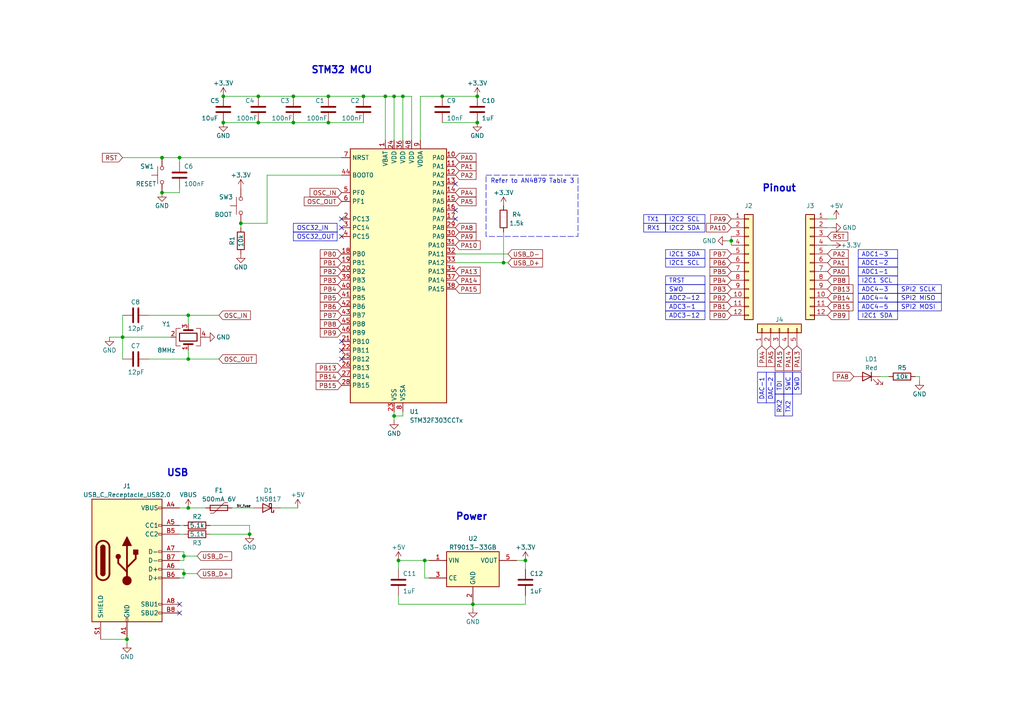
<source format=kicad_sch>
(kicad_sch (version 20230121) (generator eeschema)
  (paper "A4")
  (title_block (title "Sphale") (rev "1.0") (company "The Pro Micro compatible STM32 board"))
  (lib_symbols
    (symbol "Connector:USB_C_Receptacle_USB2.0" (pin_names (offset 1.016))
      (property "Reference" "J" (at -10.16 19.05 0))
      (property "Value" "USB_C_Receptacle_USB2.0" (at 19.05 19.05 0))
      (symbol "USB_C_Receptacle_USB2.0_0_0"
        (rectangle (start -0.254 -17.78) (end 0.254 -16.764))
        (rectangle (start 10.16 -14.986) (end 9.144 -15.494))
        (rectangle (start 10.16 -12.446) (end 9.144 -12.954))
        (rectangle (start 10.16 -4.826) (end 9.144 -5.334))
        (rectangle (start 10.16 -2.286) (end 9.144 -2.794))
        (rectangle (start 10.16 0.254) (end 9.144 -0.254))
        (rectangle (start 10.16 2.794) (end 9.144 2.286))
        (rectangle (start 10.16 7.874) (end 9.144 7.366))
        (rectangle (start 10.16 10.414) (end 9.144 9.906))
        (rectangle (start 10.16 15.494) (end 9.144 14.986))
      )
      (symbol "USB_C_Receptacle_USB2.0_0_1"
        (rectangle (start -10.16 17.78) (end 10.16 -17.78) (stroke (width 0.254)) (fill (type background)))
        (arc (start -8.89 -3.81) (mid -6.985 -5.7067) (end -5.08 -3.81) (stroke (width 0.508)))
        (arc (start -7.62 -3.81) (mid -6.985 -4.4423) (end -6.35 -3.81) (stroke (width 0.254)))
        (arc (start -7.62 -3.81) (mid -6.985 -4.4423) (end -6.35 -3.81) (stroke (width 0.254)) (fill (type outline)))
        (rectangle (start -7.62 -3.81) (end -6.35 3.81) (stroke (width 0.254)) (fill (type outline)))
        (arc (start -6.35 3.81) (mid -6.985 4.4423) (end -7.62 3.81) (stroke (width 0.254)))
        (arc (start -6.35 3.81) (mid -6.985 4.4423) (end -7.62 3.81) (stroke (width 0.254)) (fill (type outline)))
        (arc (start -5.08 3.81) (mid -6.985 5.7067) (end -8.89 3.81) (stroke (width 0.508)))
        (circle (center -2.54 1.143) (radius 0.635) (stroke (width 0.254)) (fill (type outline)))
        (circle (center 0 -5.842) (radius 1.27) (fill (type outline)))
        (polyline (pts (xy -8.89 -3.81) (xy -8.89 3.81)) (stroke (width 0.508)))
        (polyline (pts (xy -5.08 3.81) (xy -5.08 -3.81)) (stroke (width 0.508)))
        (polyline (pts (xy 0 -5.842) (xy 0 4.318)) (stroke (width 0.508)))
        (polyline (pts (xy 0 -3.302) (xy -2.54 -0.762) (xy -2.54 0.508)) (stroke (width 0.508)))
        (polyline (pts (xy 0 -2.032) (xy 2.54 0.508) (xy 2.54 1.778)) (stroke (width 0.508)))
        (polyline (pts (xy -1.27 4.318) (xy 0 6.858) (xy 1.27 4.318) (xy -1.27 4.318)) (stroke (width 0.254)) (fill (type outline)))
        (rectangle (start 1.905 1.778) (end 3.175 3.048) (stroke (width 0.254)) (fill (type outline)))
      )
      (symbol "USB_C_Receptacle_USB2.0_1_1"
        (pin passive line (at 0 -22.86 90) (length 5.08) (name "GND") (number "A1"))
        (pin passive line (at 0 -22.86 90) (length 5.08) hide (name "GND") (number "A12"))
        (pin passive line (at 15.24 15.24 180) (length 5.08) (name "VBUS") (number "A4"))
        (pin bidirectional line (at 15.24 10.16 180) (length 5.08) (name "CC1") (number "A5"))
        (pin bidirectional line (at 15.24 -2.54 180) (length 5.08) (name "D+") (number "A6"))
        (pin bidirectional line (at 15.24 2.54 180) (length 5.08) (name "D-") (number "A7"))
        (pin bidirectional line (at 15.24 -12.7 180) (length 5.08) (name "SBU1") (number "A8"))
        (pin passive line (at 15.24 15.24 180) (length 5.08) hide (name "VBUS") (number "A9"))
        (pin passive line (at 0 -22.86 90) (length 5.08) hide (name "GND") (number "B1"))
        (pin passive line (at 0 -22.86 90) (length 5.08) hide (name "GND") (number "B12"))
        (pin passive line (at 15.24 15.24 180) (length 5.08) hide (name "VBUS") (number "B4"))
        (pin bidirectional line (at 15.24 7.62 180) (length 5.08) (name "CC2") (number "B5"))
        (pin bidirectional line (at 15.24 -5.08 180) (length 5.08) (name "D+") (number "B6"))
        (pin bidirectional line (at 15.24 0 180) (length 5.08) (name "D-") (number "B7"))
        (pin bidirectional line (at 15.24 -15.24 180) (length 5.08) (name "SBU2") (number "B8"))
        (pin passive line (at 15.24 15.24 180) (length 5.08) hide (name "VBUS") (number "B9"))
        (pin passive line (at -7.62 -22.86 90) (length 5.08) (name "SHIELD") (number "S1"))
      )
    )
    (symbol "Connector_Generic:Conn_01x05" (pin_names (offset 1.016) hide)
      (property "Reference" "J" (at 0 7.62 0))
      (property "Value" "Conn_01x05" (at 0 -7.62 0))
      (symbol "Conn_01x05_1_1"
        (rectangle (start -1.27 -4.953) (end 0 -5.207) (stroke (width 0.1524)))
        (rectangle (start -1.27 -2.413) (end 0 -2.667) (stroke (width 0.1524)))
        (rectangle (start -1.27 0.127) (end 0 -0.127) (stroke (width 0.1524)))
        (rectangle (start -1.27 2.667) (end 0 2.413) (stroke (width 0.1524)))
        (rectangle (start -1.27 5.207) (end 0 4.953) (stroke (width 0.1524)))
        (rectangle (start -1.27 6.35) (end 1.27 -6.35) (stroke (width 0.254)) (fill (type background)))
        (pin passive line (at -5.08 5.08 0) (length 3.81) (name "Pin_1") (number "1"))
        (pin passive line (at -5.08 2.54 0) (length 3.81) (name "Pin_2") (number "2"))
        (pin passive line (at -5.08 0 0) (length 3.81) (name "Pin_3") (number "3"))
        (pin passive line (at -5.08 -2.54 0) (length 3.81) (name "Pin_4") (number "4"))
        (pin passive line (at -5.08 -5.08 0) (length 3.81) (name "Pin_5") (number "5"))
      )
    )
    (symbol "Connector_Generic:Conn_01x12" (pin_names (offset 1.016) hide)
      (property "Reference" "J" (at 0 15.24 0))
      (property "Value" "Conn_01x12" (at 0 -17.78 0))
      (symbol "Conn_01x12_1_1"
        (rectangle (start -1.27 -15.113) (end 0 -15.367) (stroke (width 0.1524)))
        (rectangle (start -1.27 -12.573) (end 0 -12.827) (stroke (width 0.1524)))
        (rectangle (start -1.27 -10.033) (end 0 -10.287) (stroke (width 0.1524)))
        (rectangle (start -1.27 -7.493) (end 0 -7.747) (stroke (width 0.1524)))
        (rectangle (start -1.27 -4.953) (end 0 -5.207) (stroke (width 0.1524)))
        (rectangle (start -1.27 -2.413) (end 0 -2.667) (stroke (width 0.1524)))
        (rectangle (start -1.27 0.127) (end 0 -0.127) (stroke (width 0.1524)))
        (rectangle (start -1.27 2.667) (end 0 2.413) (stroke (width 0.1524)))
        (rectangle (start -1.27 5.207) (end 0 4.953) (stroke (width 0.1524)))
        (rectangle (start -1.27 7.747) (end 0 7.493) (stroke (width 0.1524)))
        (rectangle (start -1.27 10.287) (end 0 10.033) (stroke (width 0.1524)))
        (rectangle (start -1.27 12.827) (end 0 12.573) (stroke (width 0.1524)))
        (rectangle (start -1.27 13.97) (end 1.27 -16.51) (stroke (width 0.254)) (fill (type background)))
        (pin passive line (at -5.08 12.7 0) (length 3.81) (name "Pin_1") (number "1"))
        (pin passive line (at -5.08 -10.16 0) (length 3.81) (name "Pin_10") (number "10"))
        (pin passive line (at -5.08 -12.7 0) (length 3.81) (name "Pin_11") (number "11"))
        (pin passive line (at -5.08 -15.24 0) (length 3.81) (name "Pin_12") (number "12"))
        (pin passive line (at -5.08 10.16 0) (length 3.81) (name "Pin_2") (number "2"))
        (pin passive line (at -5.08 7.62 0) (length 3.81) (name "Pin_3") (number "3"))
        (pin passive line (at -5.08 5.08 0) (length 3.81) (name "Pin_4") (number "4"))
        (pin passive line (at -5.08 2.54 0) (length 3.81) (name "Pin_5") (number "5"))
        (pin passive line (at -5.08 0 0) (length 3.81) (name "Pin_6") (number "6"))
        (pin passive line (at -5.08 -2.54 0) (length 3.81) (name "Pin_7") (number "7"))
        (pin passive line (at -5.08 -5.08 0) (length 3.81) (name "Pin_8") (number "8"))
        (pin passive line (at -5.08 -7.62 0) (length 3.81) (name "Pin_9") (number "9"))
      )
    )
    (symbol "Device:C" (pin_numbers hide) (pin_names (offset 0.254))
      (property "Reference" "C" (at 0.635 2.54 0))
      (property "Value" "C" (at 0.635 -2.54 0))
      (symbol "C_0_1"
        (polyline (pts (xy -2.032 -0.762) (xy 2.032 -0.762)) (stroke (width 0.508)))
        (polyline (pts (xy -2.032 0.762) (xy 2.032 0.762)) (stroke (width 0.508)))
      )
      (symbol "C_1_1"
        (pin passive line (at 0 3.81 270) (length 2.794) (name "~") (number "1"))
        (pin passive line (at 0 -3.81 90) (length 2.794) (name "~") (number "2"))
      )
    )
    (symbol "Device:Crystal_GND24" (pin_names (offset 1.016) hide)
      (property "Reference" "Y" (at 3.175 5.08 0))
      (property "Value" "Crystal_GND24" (at 3.175 3.175 0))
      (symbol "Crystal_GND24_0_1"
        (rectangle (start -1.143 2.54) (end 1.143 -2.54) (stroke (width 0.3048)))
        (polyline (pts (xy -2.54 0) (xy -2.032 0)))
        (polyline (pts (xy -2.032 -1.27) (xy -2.032 1.27)) (stroke (width 0.508)))
        (polyline (pts (xy 0 -3.81) (xy 0 -3.556)))
        (polyline (pts (xy 0 3.556) (xy 0 3.81)))
        (polyline (pts (xy 2.032 -1.27) (xy 2.032 1.27)) (stroke (width 0.508)))
        (polyline (pts (xy 2.032 0) (xy 2.54 0)))
        (polyline (pts (xy -2.54 -2.286) (xy -2.54 -3.556) (xy 2.54 -3.556) (xy 2.54 -2.286)))
        (polyline (pts (xy -2.54 2.286) (xy -2.54 3.556) (xy 2.54 3.556) (xy 2.54 2.286)))
      )
      (symbol "Crystal_GND24_1_1"
        (pin passive line (at -3.81 0 0) (length 1.27) (name "1") (number "1"))
        (pin passive line (at 0 5.08 270) (length 1.27) (name "2") (number "2"))
        (pin passive line (at 3.81 0 180) (length 1.27) (name "3") (number "3"))
        (pin passive line (at 0 -5.08 90) (length 1.27) (name "4") (number "4"))
      )
    )
    (symbol "Device:LED" (pin_numbers hide) (pin_names (offset 1.016) hide)
      (property "Reference" "D" (at 0 2.54 0))
      (property "Value" "LED" (at 0 -2.54 0))
      (symbol "LED_0_1"
        (polyline (pts (xy -1.27 -1.27) (xy -1.27 1.27)) (stroke (width 0.254)))
        (polyline (pts (xy -1.27 0) (xy 1.27 0)))
        (polyline (pts (xy 1.27 -1.27) (xy 1.27 1.27) (xy -1.27 0) (xy 1.27 -1.27)) (stroke (width 0.254)))
        (polyline (pts (xy -3.048 -0.762) (xy -4.572 -2.286) (xy -3.81 -2.286) (xy -4.572 -2.286) (xy -4.572 -1.524)))
        (polyline (pts (xy -1.778 -0.762) (xy -3.302 -2.286) (xy -2.54 -2.286) (xy -3.302 -2.286) (xy -3.302 -1.524)))
      )
      (symbol "LED_1_1"
        (pin passive line (at -3.81 0 0) (length 2.54) (name "K") (number "1"))
        (pin passive line (at 3.81 0 180) (length 2.54) (name "A") (number "2"))
      )
    )
    (symbol "Device:Polyfuse" (pin_numbers hide) (pin_names (offset 0))
      (property "Reference" "F" (at -2.54 0 90))
      (property "Value" "Polyfuse" (at 2.54 0 90))
      (symbol "Polyfuse_0_1"
        (rectangle (start -0.762 2.54) (end 0.762 -2.54) (stroke (width 0.254)))
        (polyline (pts (xy 0 2.54) (xy 0 -2.54)))
        (polyline (pts (xy -1.524 2.54) (xy -1.524 1.524) (xy 1.524 -1.524) (xy 1.524 -2.54)))
      )
      (symbol "Polyfuse_1_1"
        (pin passive line (at 0 3.81 270) (length 1.27) (name "~") (number "1"))
        (pin passive line (at 0 -3.81 90) (length 1.27) (name "~") (number "2"))
      )
    )
    (symbol "Device:R" (pin_numbers hide) (pin_names (offset 0))
      (property "Reference" "R" (at 2.032 0 90))
      (property "Value" "R" (at 0 0 90))
      (symbol "R_0_1"
        (rectangle (start -1.016 -2.54) (end 1.016 2.54) (stroke (width 0.254)))
      )
      (symbol "R_1_1"
        (pin passive line (at 0 3.81 270) (length 1.27) (name "~") (number "1"))
        (pin passive line (at 0 -3.81 90) (length 1.27) (name "~") (number "2"))
      )
    )
    (symbol "Diode:1N5817" (pin_numbers hide) (pin_names (offset 1.016) hide)
      (property "Reference" "D" (at 0 2.54 0))
      (property "Value" "1N5817" (at 0 -2.54 0))
      (symbol "1N5817_0_1"
        (polyline (pts (xy 1.27 0) (xy -1.27 0)))
        (polyline (pts (xy 1.27 1.27) (xy 1.27 -1.27) (xy -1.27 0) (xy 1.27 1.27)) (stroke (width 0.254)))
        (polyline (pts (xy -1.905 0.635) (xy -1.905 1.27) (xy -1.27 1.27) (xy -1.27 -1.27) (xy -0.635 -1.27) (xy -0.635 -0.635)) (stroke (width 0.254)))
      )
      (symbol "1N5817_1_1"
        (pin passive line (at -3.81 0 0) (length 2.54) (name "K") (number "1"))
        (pin passive line (at 3.81 0 180) (length 2.54) (name "A") (number "2"))
      )
    )
    (symbol "MCU_ST_STM32F3:STM32F303CCTx"
      (property "Reference" "U" (at -12.7 39.37 0))
      (property "Value" "STM32F303CCTx" (at 10.16 39.37 0))
      (symbol "STM32F303CCTx_0_1"
        (rectangle (start -12.7 -35.56) (end 15.24 38.1) (stroke (width 0.254)) (fill (type background)))
      )
      (symbol "STM32F303CCTx_1_1"
        (pin power_in line (at -2.54 40.64 270) (length 2.54) (name "VBAT") (number "1"))
        (pin bidirectional line (at 17.78 35.56 180) (length 2.54) (name "PA0") (number "10"))
        (pin bidirectional line (at 17.78 33.02 180) (length 2.54) (name "PA1") (number "11"))
        (pin bidirectional line (at 17.78 30.48 180) (length 2.54) (name "PA2") (number "12"))
        (pin bidirectional line (at 17.78 27.94 180) (length 2.54) (name "PA3") (number "13"))
        (pin bidirectional line (at 17.78 25.4 180) (length 2.54) (name "PA4") (number "14"))
        (pin bidirectional line (at 17.78 22.86 180) (length 2.54) (name "PA5") (number "15"))
        (pin bidirectional line (at 17.78 20.32 180) (length 2.54) (name "PA6") (number "16"))
        (pin bidirectional line (at 17.78 17.78 180) (length 2.54) (name "PA7") (number "17"))
        (pin bidirectional line (at -15.24 7.62 0) (length 2.54) (name "PB0") (number "18"))
        (pin bidirectional line (at -15.24 5.08 0) (length 2.54) (name "PB1") (number "19"))
        (pin bidirectional line (at -15.24 17.78 0) (length 2.54) (name "PC13") (number "2"))
        (pin bidirectional line (at -15.24 2.54 0) (length 2.54) (name "PB2") (number "20"))
        (pin bidirectional line (at -15.24 -17.78 0) (length 2.54) (name "PB10") (number "21"))
        (pin bidirectional line (at -15.24 -20.32 0) (length 2.54) (name "PB11") (number "22"))
        (pin power_in line (at 0 -38.1 90) (length 2.54) (name "VSS") (number "23"))
        (pin power_in line (at 0 40.64 270) (length 2.54) (name "VDD") (number "24"))
        (pin bidirectional line (at -15.24 -22.86 0) (length 2.54) (name "PB12") (number "25"))
        (pin bidirectional line (at -15.24 -25.4 0) (length 2.54) (name "PB13") (number "26"))
        (pin bidirectional line (at -15.24 -27.94 0) (length 2.54) (name "PB14") (number "27"))
        (pin bidirectional line (at -15.24 -30.48 0) (length 2.54) (name "PB15") (number "28"))
        (pin bidirectional line (at 17.78 15.24 180) (length 2.54) (name "PA8") (number "29"))
        (pin bidirectional line (at -15.24 15.24 0) (length 2.54) (name "PC14") (number "3"))
        (pin bidirectional line (at 17.78 12.7 180) (length 2.54) (name "PA9") (number "30"))
        (pin bidirectional line (at 17.78 10.16 180) (length 2.54) (name "PA10") (number "31"))
        (pin bidirectional line (at 17.78 7.62 180) (length 2.54) (name "PA11") (number "32"))
        (pin bidirectional line (at 17.78 5.08 180) (length 2.54) (name "PA12") (number "33"))
        (pin bidirectional line (at 17.78 2.54 180) (length 2.54) (name "PA13") (number "34"))
        (pin passive line (at 0 -38.1 90) (length 2.54) hide (name "VSS") (number "35"))
        (pin power_in line (at 2.54 40.64 270) (length 2.54) (name "VDD") (number "36"))
        (pin bidirectional line (at 17.78 0 180) (length 2.54) (name "PA14") (number "37"))
        (pin bidirectional line (at 17.78 -2.54 180) (length 2.54) (name "PA15") (number "38"))
        (pin bidirectional line (at -15.24 0 0) (length 2.54) (name "PB3") (number "39"))
        (pin bidirectional line (at -15.24 12.7 0) (length 2.54) (name "PC15") (number "4"))
        (pin bidirectional line (at -15.24 -2.54 0) (length 2.54) (name "PB4") (number "40"))
        (pin bidirectional line (at -15.24 -5.08 0) (length 2.54) (name "PB5") (number "41"))
        (pin bidirectional line (at -15.24 -7.62 0) (length 2.54) (name "PB6") (number "42"))
        (pin bidirectional line (at -15.24 -10.16 0) (length 2.54) (name "PB7") (number "43"))
        (pin input line (at -15.24 30.48 0) (length 2.54) (name "BOOT0") (number "44"))
        (pin bidirectional line (at -15.24 -12.7 0) (length 2.54) (name "PB8") (number "45"))
        (pin bidirectional line (at -15.24 -15.24 0) (length 2.54) (name "PB9") (number "46"))
        (pin passive line (at 0 -38.1 90) (length 2.54) hide (name "VSS") (number "47"))
        (pin power_in line (at 5.08 40.64 270) (length 2.54) (name "VDD") (number "48"))
        (pin bidirectional line (at -15.24 25.4 0) (length 2.54) (name "PF0") (number "5"))
        (pin bidirectional line (at -15.24 22.86 0) (length 2.54) (name "PF1") (number "6"))
        (pin input line (at -15.24 35.56 0) (length 2.54) (name "NRST") (number "7"))
        (pin power_in line (at 2.54 -38.1 90) (length 2.54) (name "VSSA") (number "8"))
        (pin power_in line (at 7.62 40.64 270) (length 2.54) (name "VDDA") (number "9"))
      )
    )
    (symbol "Regulator_Linear:XC6220B331MR"
      (property "Reference" "U" (at 0 8.89 0))
      (property "Value" "XC6220B331MR" (at 0 6.35 0))
      (symbol "XC6220B331MR_0_1"
        (rectangle (start -7.62 5.08) (end 7.62 -5.08) (stroke (width 0.254)) (fill (type background)))
      )
      (symbol "XC6220B331MR_1_1"
        (pin power_in line (at -12.7 2.54 0) (length 5.08) (name "VIN") (number "1"))
        (pin power_in line (at 0 -10.16 90) (length 5.08) (name "GND") (number "2"))
        (pin input line (at -12.7 -2.54 0) (length 5.08) (name "CE") (number "3"))
        (pin no_connect line (at 7.62 -2.54 180) (length 5.08) hide (name "NC") (number "4"))
        (pin power_out line (at 12.7 2.54 180) (length 5.08) (name "VOUT") (number "5"))
      )
    )
    (symbol "Switch:SW_Push" (pin_numbers hide) (pin_names (offset 1.016) hide)
      (property "Reference" "SW" (at 1.27 2.54 0))
      (property "Value" "SW_Push" (at 0 -1.524 0))
      (symbol "SW_Push_0_1"
        (circle (center -2.032 0) (radius 0.508))
        (polyline (pts (xy 0 1.27) (xy 0 3.048)))
        (polyline (pts (xy 2.54 1.27) (xy -2.54 1.27)))
        (circle (center 2.032 0) (radius 0.508))
        (pin passive line (at -5.08 0 0) (length 2.54) (name "1") (number "1"))
        (pin passive line (at 5.08 0 180) (length 2.54) (name "2") (number "2"))
      )
    )
    (symbol "power:+3.3V" (power) (pin_names (offset 0))
      (property "Value" "+3.3V" (at 0 3.556 0))
      (symbol "+3.3V_0_1"
        (polyline (pts (xy -0.762 1.27) (xy 0 2.54)))
        (polyline (pts (xy 0 0) (xy 0 2.54)))
        (polyline (pts (xy 0 2.54) (xy 0.762 1.27)))
      )
      (symbol "+3.3V_1_1"
        (pin power_in line (at 0 0 90) (length 0) hide (name "+3.3V") (number "1"))
      )
    )
    (symbol "power:+5V" (power) (pin_names (offset 0))
      (property "Value" "+5V" (at 0 3.556 0))
      (symbol "+5V_0_1"
        (polyline (pts (xy -0.762 1.27) (xy 0 2.54)))
        (polyline (pts (xy 0 0) (xy 0 2.54)))
        (polyline (pts (xy 0 2.54) (xy 0.762 1.27)))
      )
      (symbol "+5V_1_1"
        (pin power_in line (at 0 0 90) (length 0) hide (name "+5V") (number "1"))
      )
    )
    (symbol "power:GND" (power) (pin_names (offset 0))
      (property "Value" "GND" (at 0 -3.81 0))
      (symbol "GND_0_1"
        (polyline (pts (xy 0 0) (xy 0 -1.27) (xy 1.27 -1.27) (xy 0 -2.54) (xy -1.27 -1.27) (xy 0 -1.27)))
      )
      (symbol "GND_1_1"
        (pin power_in line (at 0 0 270) (length 0) hide (name "GND") (number "1"))
      )
    )
    (symbol "power:VBUS" (power) (pin_names (offset 0))
      (property "Value" "VBUS" (at 0 3.81 0))
      (symbol "VBUS_0_1"
        (polyline (pts (xy -0.762 1.27) (xy 0 2.54)))
        (polyline (pts (xy 0 0) (xy 0 2.54)))
        (polyline (pts (xy 0 2.54) (xy 0.762 1.27)))
      )
      (symbol "VBUS_1_1"
        (pin power_in line (at 0 0 90) (length 0) hide (name "VBUS") (number "1"))
      )
    )
  )
  (junction (at 111.76 27.94))
  (junction (at 46.99 55.88))
  (junction (at 64.77 27.94))
  (junction (at 146.05 76.2))
  (junction (at 54.61 104.14))
  (junction (at 116.84 27.94))
  (junction (at 46.99 45.72))
  (junction (at 52.07 45.72))
  (junction (at 123.19 162.56))
  (junction (at 53.34 161.29))
  (junction (at 128.27 27.94))
  (junction (at 138.43 27.94))
  (junction (at 54.61 147.32))
  (junction (at 138.43 35.56))
  (junction (at 152.4 162.56))
  (junction (at 35.56 97.79))
  (junction (at 137.16 175.26))
  (junction (at 74.93 35.56))
  (junction (at 114.3 120.65))
  (junction (at 85.09 35.56))
  (junction (at 85.09 27.94))
  (junction (at 105.41 27.94))
  (junction (at 74.93 27.94))
  (junction (at 72.39 154.94))
  (junction (at 69.85 64.77))
  (junction (at 36.83 185.42))
  (junction (at 95.25 27.94))
  (junction (at 115.57 162.56))
  (junction (at 54.61 91.44))
  (junction (at 212.09 69.85))
  (junction (at 95.25 35.56))
  (junction (at 64.77 35.56))
  (junction (at 53.34 166.37))
  (junction (at 114.3 27.94))
  (no_connect (at 52.07 177.8))
  (no_connect (at 99.06 68.58))
  (no_connect (at 52.07 175.26))
  (no_connect (at 132.08 63.5))
  (no_connect (at 132.08 60.96))
  (no_connect (at 99.06 63.5))
  (no_connect (at 99.06 101.6))
  (no_connect (at 132.08 53.34))
  (no_connect (at 99.06 66.04))
  (no_connect (at 99.06 99.06))
  (no_connect (at 99.06 104.14))
  (wire (pts (xy 121.92 27.94) (xy 121.92 40.64)))
  (wire (pts (xy 111.76 27.94) (xy 111.76 40.64)))
  (wire (pts (xy 53.34 152.4) (xy 52.07 152.4)))
  (wire (pts (xy 53.34 166.37) (xy 57.15 166.37)))
  (wire (pts (xy 52.07 45.72) (xy 99.06 45.72)))
  (wire (pts (xy 53.34 165.1) (xy 53.34 166.37)))
  (wire (pts (xy 105.41 27.94) (xy 95.25 27.94)))
  (wire (pts (xy 114.3 121.92) (xy 114.3 120.65)))
  (wire (pts (xy 121.92 27.94) (xy 128.27 27.94)))
  (wire (pts (xy 31.75 97.79) (xy 35.56 97.79)))
  (wire (pts (xy 52.07 165.1) (xy 53.34 165.1)))
  (wire (pts (xy 52.07 55.88) (xy 52.07 54.61)))
  (wire (pts (xy 43.18 104.14) (xy 54.61 104.14)))
  (wire (pts (xy 119.38 27.94) (xy 116.84 27.94)))
  (wire (pts (xy 59.69 147.32) (xy 54.61 147.32)))
  (wire (pts (xy 53.34 154.94) (xy 52.07 154.94)))
  (wire (pts (xy 123.19 167.64) (xy 123.19 162.56)))
  (wire (pts (xy 54.61 91.44) (xy 54.61 93.98)))
  (wire (pts (xy 128.27 35.56) (xy 138.43 35.56)))
  (wire (pts (xy 114.3 120.65) (xy 116.84 120.65)))
  (wire (pts (xy 85.09 35.56) (xy 95.25 35.56)))
  (wire (pts (xy 212.09 69.85) (xy 212.09 71.12)))
  (wire (pts (xy 114.3 27.94) (xy 114.3 40.64)))
  (wire (pts (xy 64.77 35.56) (xy 74.93 35.56)))
  (wire (pts (xy 123.19 162.56) (xy 124.46 162.56)))
  (wire (pts (xy 53.34 161.29) (xy 57.15 161.29)))
  (wire (pts (xy 85.09 27.94) (xy 95.25 27.94)))
  (wire (pts (xy 86.36 147.32) (xy 81.28 147.32)))
  (wire (pts (xy 67.31 147.32) (xy 73.66 147.32)))
  (wire (pts (xy 99.06 50.8) (xy 77.47 50.8)))
  (wire (pts (xy 137.16 176.53) (xy 137.16 175.26)))
  (wire (pts (xy 35.56 97.79) (xy 35.56 104.14)))
  (wire (pts (xy 266.7 109.22) (xy 265.43 109.22)))
  (wire (pts (xy 257.81 109.22) (xy 255.27 109.22)))
  (wire (pts (xy 35.56 97.79) (xy 49.53 97.79)))
  (wire (pts (xy 152.4 162.56) (xy 152.4 165.1)))
  (wire (pts (xy 123.19 167.64) (xy 124.46 167.64)))
  (wire (pts (xy 116.84 120.65) (xy 116.84 119.38)))
  (wire (pts (xy 52.07 55.88) (xy 46.99 55.88)))
  (wire (pts (xy 77.47 50.8) (xy 77.47 64.77)))
  (wire (pts (xy 266.7 110.49) (xy 266.7 109.22)))
  (wire (pts (xy 105.41 27.94) (xy 111.76 27.94)))
  (wire (pts (xy 146.05 76.2) (xy 132.08 76.2)))
  (wire (pts (xy 64.77 27.94) (xy 74.93 27.94)))
  (wire (pts (xy 52.07 160.02) (xy 53.34 160.02)))
  (wire (pts (xy 60.96 152.4) (xy 72.39 152.4)))
  (wire (pts (xy 53.34 167.64) (xy 53.34 166.37)))
  (wire (pts (xy 43.18 91.44) (xy 54.61 91.44)))
  (wire (pts (xy 74.93 35.56) (xy 85.09 35.56)))
  (wire (pts (xy 241.3 66.04) (xy 240.03 66.04)))
  (wire (pts (xy 241.3 71.12) (xy 240.03 71.12)))
  (wire (pts (xy 63.5 104.14) (xy 54.61 104.14)))
  (wire (pts (xy 115.57 162.56) (xy 115.57 165.1)))
  (wire (pts (xy 52.07 167.64) (xy 53.34 167.64)))
  (wire (pts (xy 54.61 147.32) (xy 52.07 147.32)))
  (wire (pts (xy 115.57 162.56) (xy 123.19 162.56)))
  (wire (pts (xy 36.83 186.69) (xy 36.83 185.42)))
  (wire (pts (xy 116.84 27.94) (xy 116.84 40.64)))
  (wire (pts (xy 212.09 69.85) (xy 212.09 68.58)))
  (wire (pts (xy 147.32 76.2) (xy 146.05 76.2)))
  (wire (pts (xy 210.82 69.85) (xy 212.09 69.85)))
  (wire (pts (xy 152.4 175.26) (xy 152.4 172.72)))
  (wire (pts (xy 53.34 162.56) (xy 53.34 161.29)))
  (wire (pts (xy 54.61 104.14) (xy 54.61 101.6)))
  (wire (pts (xy 95.25 35.56) (xy 105.41 35.56)))
  (wire (pts (xy 146.05 67.31) (xy 146.05 76.2)))
  (wire (pts (xy 35.56 91.44) (xy 35.56 97.79)))
  (wire (pts (xy 72.39 152.4) (xy 72.39 154.94)))
  (wire (pts (xy 132.08 73.66) (xy 147.32 73.66)))
  (wire (pts (xy 52.07 45.72) (xy 46.99 45.72)))
  (wire (pts (xy 63.5 91.44) (xy 54.61 91.44)))
  (wire (pts (xy 152.4 162.56) (xy 149.86 162.56)))
  (wire (pts (xy 152.4 175.26) (xy 137.16 175.26)))
  (wire (pts (xy 115.57 175.26) (xy 137.16 175.26)))
  (wire (pts (xy 119.38 27.94) (xy 119.38 40.64)))
  (wire (pts (xy 114.3 120.65) (xy 114.3 119.38)))
  (wire (pts (xy 53.34 160.02) (xy 53.34 161.29)))
  (wire (pts (xy 128.27 27.94) (xy 138.43 27.94)))
  (wire (pts (xy 242.57 63.5) (xy 240.03 63.5)))
  (wire (pts (xy 52.07 45.72) (xy 52.07 46.99)))
  (wire (pts (xy 77.47 64.77) (xy 69.85 64.77)))
  (wire (pts (xy 115.57 172.72) (xy 115.57 175.26)))
  (wire (pts (xy 116.84 27.94) (xy 114.3 27.94)))
  (wire (pts (xy 29.21 185.42) (xy 36.83 185.42)))
  (wire (pts (xy 74.93 27.94) (xy 85.09 27.94)))
  (wire (pts (xy 60.96 154.94) (xy 72.39 154.94)))
  (wire (pts (xy 114.3 27.94) (xy 111.76 27.94)))
  (wire (pts (xy 52.07 162.56) (xy 53.34 162.56)))
  (wire (pts (xy 46.99 45.72) (xy 35.56 45.72)))
  (wire (pts (xy 69.85 66.04) (xy 69.85 64.77)))
  (rectangle (start 140.97 50.8) (end 167.64 68.58) (stroke (width 0) (type dash)))
  (text_box "SWD" (at 229.87 107.95 90) (size 2.54 6.35) (effects (font (size 1.27 1.27)) (justify left)))
  (text_box "I2C1 SCL" (at 193.04 74.93 0) (size 11.43 2.54) (effects (font (size 1.27 1.27)) (justify left)))
  (text_box "ADC4-5" (at 248.92 87.63 0) (size 11.43 2.54) (effects (font (size 1.27 1.27)) (justify left)))
  (text_box "TX2" (at 227.33 114.3 90) (size 2.54 6.35) (effects (font (size 1.27 1.27)) (justify left)))
  (text_box "DAC-1" (at 219.71 107.95 90) (size 2.54 8.89) (effects (font (size 1.27 1.27)) (justify left)))
  (text_box "OSC32_IN" (at 85.09 64.77 0) (size 12.7 2.54) (effects (font (size 1.27 1.27)) (justify left)))
  (text_box "I2C1 SDA" (at 193.04 72.39 0) (size 11.43 2.54) (effects (font (size 1.27 1.27)) (justify left)))
  (text_box "ADC4-4" (at 248.92 85.09 0) (size 11.43 2.54) (effects (font (size 1.27 1.27)) (justify left)))
  (text_box "ADC4-3" (at 248.92 82.55 0) (size 11.43 2.54) (effects (font (size 1.27 1.27)) (justify left)))
  (text_box "SPI2 SCLK" (at 260.35 82.55 0) (size 12.7 2.54) (effects (font (size 1.27 1.27)) (justify left)))
  (text_box "SPI2 MISO" (at 260.35 85.09 0) (size 12.7 2.54) (effects (font (size 1.27 1.27)) (justify left)))
  (text_box "ADC3-1" (at 193.04 87.63 0) (size 11.43 2.54) (effects (font (size 1.27 1.27)) (justify left)))
  (text_box "DAC-2" (at 222.25 107.95 90) (size 2.54 8.89) (effects (font (size 1.27 1.27)) (justify left)))
  (text_box "OSC32_OUT" (at 85.09 67.31 0) (size 12.7 2.54) (effects (font (size 1.27 1.27)) (justify left)))
  (text_box "I2C2 SCL" (at 193.04 62.23 0) (size 11.43 2.54) (effects (font (size 1.27 1.27)) (justify left)))
  (text_box "I2C1 SCL" (at 248.92 80.01 0) (size 11.43 2.54) (effects (font (size 1.27 1.27)) (justify left)))
  (text_box "RX2" (at 224.79 114.3 90) (size 2.54 6.35) (effects (font (size 1.27 1.27)) (justify left)))
  (text_box "TDI" (at 224.79 107.95 90) (size 2.54 6.35) (effects (font (size 1.27 1.27)) (justify left)))
  (text_box "I2C1 SDA" (at 248.92 90.17 0) (size 11.43 2.54) (effects (font (size 1.27 1.27)) (justify left)))
  (text_box "SWC" (at 227.33 107.95 90) (size 2.54 6.35) (effects (font (size 1.27 1.27)) (justify left)))
  (text_box "SWO" (at 193.04 82.55 0) (size 11.43 2.54) (effects (font (size 1.27 1.27)) (justify left)))
  (text_box "ADC1-3" (at 248.92 72.39 0) (size 11.43 2.54) (effects (font (size 1.27 1.27)) (justify left)))
  (text_box "TX1" (at 186.69 62.23 0) (size 6.35 2.54) (effects (font (size 1.27 1.27)) (justify left)))
  (text_box "TRST" (at 193.04 80.01 0) (size 11.43 2.54) (effects (font (size 1.27 1.27)) (justify left)))
  (text_box "ADC1-2" (at 248.92 74.93 0) (size 11.43 2.54) (effects (font (size 1.27 1.27)) (justify left)))
  (text_box "SPI2 MOSI" (at 260.35 87.63 0) (size 12.7 2.54) (effects (font (size 1.27 1.27)) (justify left)))
  (text_box "ADC1-1" (at 248.92 77.47 0) (size 11.43 2.54) (effects (font (size 1.27 1.27)) (justify left)))
  (text_box "I2C2 SDA" (at 193.04 64.77 0) (size 11.43 2.54) (effects (font (size 1.27 1.27)) (justify left)))
  (text_box "ADC3-12" (at 193.04 90.17 0) (size 11.43 2.54) (effects (font (size 1.27 1.27)) (justify left)))
  (text_box "ADC2-12" (at 193.04 85.09 0) (size 11.43 2.54) (effects (font (size 1.27 1.27)) (justify left)))
  (text_box "RX1" (at 186.69 64.77 0) (size 6.35 2.54) (effects (font (size 1.27 1.27)) (justify left)))
  (text "USB" (at 48.26 138.43 0) (effects (font (size 2 2) (thickness 0.4) bold) (justify left bottom)))
  (text "Power" (at 132.08 151.13 0) (effects (font (size 2 2) (thickness 0.4) bold) (justify left bottom)))
  (text "Refer to AN4879 Table 3" (at 142.24 53.34 0) (effects (font (size 1.27 1.27)) (justify left bottom)))
  (text "STM32 MCU" (at 90.17 21.59 0) (effects (font (size 2 2) (thickness 0.4) bold) (justify left bottom)))
  (text "Pinout" (at 220.98 55.88 0) (effects (font (size 2 2) (thickness 0.4) bold) (justify left bottom)))
  (label "5V_fuse" (at 68.58 147.32 0) (effects (font (size 0.7 0.7))))
  (global_label "PB13" (shape input) (at 99.06 106.68 180) (property "Intersheetrefs" "${INTERSHEET_REFS}" (effects hide)))
  (global_label "USB_D-" (shape input) (at 147.32 73.66 0) (property "Intersheetrefs" "${INTERSHEET_REFS}" (effects hide)))
  (global_label "PA14" (shape input) (at 132.08 81.28 0) (property "Intersheetrefs" "${INTERSHEET_REFS}" (effects hide)))
  (global_label "PA10" (shape input) (at 132.08 71.12 0) (property "Intersheetrefs" "${INTERSHEET_REFS}" (effects hide)))
  (global_label "PA15" (shape input) (at 132.08 83.82 0) (property "Intersheetrefs" "${INTERSHEET_REFS}" (effects hide)))
  (global_label "PB7" (shape input) (at 212.09 73.66 180) (property "Intersheetrefs" "${INTERSHEET_REFS}" (effects hide)))
  (global_label "PA15" (shape input) (at 226.06 100.33 270) (property "Intersheetrefs" "${INTERSHEET_REFS}" (effects hide)))
  (global_label "PB5" (shape input) (at 99.06 86.36 180) (property "Intersheetrefs" "${INTERSHEET_REFS}" (effects hide)))
  (global_label "PA0" (shape input) (at 240.03 78.74 0) (property "Intersheetrefs" "${INTERSHEET_REFS}" (effects hide)))
  (global_label "USB_D+" (shape input) (at 147.32 76.2 0) (property "Intersheetrefs" "${INTERSHEET_REFS}" (effects hide)))
  (global_label "RST" (shape input) (at 240.03 68.58 0) (property "Intersheetrefs" "${INTERSHEET_REFS}" (effects hide)))
  (global_label "PB9" (shape input) (at 99.06 96.52 180) (property "Intersheetrefs" "${INTERSHEET_REFS}" (effects hide)))
  (global_label "USB_D+" (shape input) (at 57.15 166.37 0) (property "Intersheetrefs" "${INTERSHEET_REFS}" (effects hide)))
  (global_label "OSC_IN" (shape input) (at 63.5 91.44 0) (property "Intersheetrefs" "${INTERSHEET_REFS}" (effects hide)))
  (global_label "PA13" (shape input) (at 231.14 100.33 270) (property "Intersheetrefs" "${INTERSHEET_REFS}" (effects hide)))
  (global_label "PB2" (shape input) (at 212.09 86.36 180) (property "Intersheetrefs" "${INTERSHEET_REFS}" (effects hide)))
  (global_label "PA10" (shape input) (at 212.09 66.04 180) (property "Intersheetrefs" "${INTERSHEET_REFS}" (effects hide)))
  (global_label "PB5" (shape input) (at 212.09 78.74 180) (property "Intersheetrefs" "${INTERSHEET_REFS}" (effects hide)))
  (global_label "PA5" (shape input) (at 223.52 100.33 270) (property "Intersheetrefs" "${INTERSHEET_REFS}" (effects hide)))
  (global_label "PA13" (shape input) (at 132.08 78.74 0) (property "Intersheetrefs" "${INTERSHEET_REFS}" (effects hide)))
  (global_label "PB4" (shape input) (at 99.06 83.82 180) (property "Intersheetrefs" "${INTERSHEET_REFS}" (effects hide)))
  (global_label "PB3" (shape input) (at 212.09 83.82 180) (property "Intersheetrefs" "${INTERSHEET_REFS}" (effects hide)))
  (global_label "PA2" (shape input) (at 132.08 50.8 0) (property "Intersheetrefs" "${INTERSHEET_REFS}" (effects hide)))
  (global_label "OSC_OUT" (shape input) (at 99.06 58.42 180) (property "Intersheetrefs" "${INTERSHEET_REFS}" (effects hide)))
  (global_label "PB14" (shape input) (at 240.03 86.36 0) (property "Intersheetrefs" "${INTERSHEET_REFS}" (effects hide)))
  (global_label "PB8" (shape input) (at 99.06 93.98 180) (property "Intersheetrefs" "${INTERSHEET_REFS}" (effects hide)))
  (global_label "PB0" (shape input) (at 212.09 91.44 180) (property "Intersheetrefs" "${INTERSHEET_REFS}" (effects hide)))
  (global_label "PA1" (shape input) (at 240.03 76.2 0) (property "Intersheetrefs" "${INTERSHEET_REFS}" (effects hide)))
  (global_label "PA5" (shape input) (at 132.08 58.42 0) (property "Intersheetrefs" "${INTERSHEET_REFS}" (effects hide)))
  (global_label "PB1" (shape input) (at 99.06 76.2 180) (property "Intersheetrefs" "${INTERSHEET_REFS}" (effects hide)))
  (global_label "PA2" (shape input) (at 240.03 73.66 0) (property "Intersheetrefs" "${INTERSHEET_REFS}" (effects hide)))
  (global_label "PB6" (shape input) (at 99.06 88.9 180) (property "Intersheetrefs" "${INTERSHEET_REFS}" (effects hide)))
  (global_label "PB8" (shape input) (at 240.03 81.28 0) (property "Intersheetrefs" "${INTERSHEET_REFS}" (effects hide)))
  (global_label "OSC_OUT" (shape input) (at 63.5 104.14 0) (property "Intersheetrefs" "${INTERSHEET_REFS}" (effects hide)))
  (global_label "PA8" (shape input) (at 247.65 109.22 180) (property "Intersheetrefs" "${INTERSHEET_REFS}" (effects hide)))
  (global_label "PA14" (shape input) (at 228.6 100.33 270) (property "Intersheetrefs" "${INTERSHEET_REFS}" (effects hide)))
  (global_label "USB_D-" (shape input) (at 57.15 161.29 0) (property "Intersheetrefs" "${INTERSHEET_REFS}" (effects hide)))
  (global_label "PA4" (shape input) (at 132.08 55.88 0) (property "Intersheetrefs" "${INTERSHEET_REFS}" (effects hide)))
  (global_label "PA9" (shape input) (at 132.08 68.58 0) (property "Intersheetrefs" "${INTERSHEET_REFS}" (effects hide)))
  (global_label "RST" (shape input) (at 35.56 45.72 180) (property "Intersheetrefs" "${INTERSHEET_REFS}" (effects hide)))
  (global_label "PB14" (shape input) (at 99.06 109.22 180) (property "Intersheetrefs" "${INTERSHEET_REFS}" (effects hide)))
  (global_label "PA1" (shape input) (at 132.08 48.26 0) (property "Intersheetrefs" "${INTERSHEET_REFS}" (effects hide)))
  (global_label "PB15" (shape input) (at 240.03 88.9 0) (property "Intersheetrefs" "${INTERSHEET_REFS}" (effects hide)))
  (global_label "PB7" (shape input) (at 99.06 91.44 180) (property "Intersheetrefs" "${INTERSHEET_REFS}" (effects hide)))
  (global_label "PB0" (shape input) (at 99.06 73.66 180) (property "Intersheetrefs" "${INTERSHEET_REFS}" (effects hide)))
  (global_label "PB2" (shape input) (at 99.06 78.74 180) (property "Intersheetrefs" "${INTERSHEET_REFS}" (effects hide)))
  (global_label "PA4" (shape input) (at 220.98 100.33 270) (property "Intersheetrefs" "${INTERSHEET_REFS}" (effects hide)))
  (global_label "PB13" (shape input) (at 240.03 83.82 0) (property "Intersheetrefs" "${INTERSHEET_REFS}" (effects hide)))
  (global_label "PB15" (shape input) (at 99.06 111.76 180) (property "Intersheetrefs" "${INTERSHEET_REFS}" (effects hide)))
  (global_label "PB9" (shape input) (at 240.03 91.44 0) (property "Intersheetrefs" "${INTERSHEET_REFS}" (effects hide)))
  (global_label "PB4" (shape input) (at 212.09 81.28 180) (property "Intersheetrefs" "${INTERSHEET_REFS}" (effects hide)))
  (global_label "OSC_IN" (shape input) (at 99.06 55.88 180) (property "Intersheetrefs" "${INTERSHEET_REFS}" (effects hide)))
  (global_label "PB6" (shape input) (at 212.09 76.2 180) (property "Intersheetrefs" "${INTERSHEET_REFS}" (effects hide)))
  (global_label "PA8" (shape input) (at 132.08 66.04 0) (property "Intersheetrefs" "${INTERSHEET_REFS}" (effects hide)))
  (global_label "PB1" (shape input) (at 212.09 88.9 180) (property "Intersheetrefs" "${INTERSHEET_REFS}" (effects hide)))
  (global_label "PB3" (shape input) (at 99.06 81.28 180) (property "Intersheetrefs" "${INTERSHEET_REFS}" (effects hide)))
  (global_label "PA9" (shape input) (at 212.09 63.5 180) (property "Intersheetrefs" "${INTERSHEET_REFS}" (effects hide)))
  (global_label "PA0" (shape input) (at 132.08 45.72 0) (property "Intersheetrefs" "${INTERSHEET_REFS}" (effects hide)))
  (symbol (lib_id "power:+5V") (at 242.57 63.5 0) (unit 1)
    (property "Reference" "#PWR019" (effects hide))
    (property "Value" "+5V" (at 242.57 59.69 0))
  )
  (symbol (lib_id "Device:C") (at 85.09 31.75 0) (unit 1)
    (property "Reference" "C3" (at 81.28 29.21 0) (effects (justify left)))
    (property "Value" "100nF" (at 78.74 34.29 0) (effects (justify left)))
    (property "Footprint" "Capacitor_SMD:C_0402_1005Metric" (effects hide))
    (property "LCSC" "C307331" (effects hide))
  )
  (symbol (lib_id "power:GND") (at 31.75 97.79 0) (unit 1)
    (property "Reference" "#PWR06" (effects hide))
    (property "Value" "GND" (at 31.75 101.6 0))
  )
  (symbol (lib_id "Device:LED") (at 251.46 109.22 0) (mirror y) (unit 1)
    (property "Reference" "LD1" (at 252.73 104.14 0))
    (property "Value" "Red" (at 252.73 106.68 0))
    (property "Footprint" "LED_SMD:LED_0603_1608Metric" (effects hide))
    (property "LCSC" "C2286" (effects hide))
  )
  (symbol (lib_id "power:GND") (at 59.69 97.79 90) (unit 1)
    (property "Reference" "#PWR05" (effects hide))
    (property "Value" "GND" (at 64.77 97.79 90))
  )
  (symbol (lib_id "power:+3.3V") (at 69.85 54.61 0) (unit 1)
    (property "Reference" "#PWR08" (effects hide))
    (property "Value" "+3.3V" (at 69.85 50.8 0))
  )
  (symbol (lib_id "power:GND") (at 138.43 35.56 0) (unit 1)
    (property "Reference" "#PWR09" (effects hide))
    (property "Value" "GND" (at 138.43 39.37 0))
  )
  (symbol (lib_id "power:GND") (at 114.3 121.92 0) (unit 1)
    (property "Reference" "#PWR02" (effects hide))
    (property "Value" "GND" (at 114.3 125.73 0))
  )
  (symbol (lib_id "Device:Polyfuse") (at 63.5 147.32 90) (unit 1)
    (property "Reference" "F1" (at 63.5 142.24 90))
    (property "Value" "500mA 6V" (at 63.5 144.78 90))
    (property "Footprint" "Fuse:Fuse_0805_2012Metric" (effects hide))
    (property "LCSC" "C269104" (effects hide))
  )
  (symbol (lib_id "Device:R") (at 261.62 109.22 270) (mirror x) (unit 1)
    (property "Reference" "R5" (at 261.62 106.68 90))
    (property "Value" "10k" (at 261.62 109.22 90))
    (property "Footprint" "Resistor_SMD:R_0402_1005Metric" (effects hide))
    (property "LCSC" "C25744" (effects hide))
  )
  (symbol (lib_id "Connector_Generic:Conn_01x12") (at 234.95 76.2 0) (mirror y) (unit 1)
    (property "Reference" "J3" (at 236.22 59.69 0) (effects (justify left)))
    (property "Value" "Conn_01x12" (effects hide))
    (property "Footprint" "Connector_PinHeader_2.54mm:PinHeader_1x12_P2.54mm_Vertical" (effects hide))
  )
  (symbol (lib_id "power:+3.3V") (at 138.43 27.94 0) (unit 1)
    (property "Reference" "#PWR010" (effects hide))
    (property "Value" "+3.3V" (at 138.43 24.13 0))
  )
  (symbol (lib_id "power:GND") (at 36.83 186.69 0) (unit 1)
    (property "Reference" "#PWR011" (effects hide))
    (property "Value" "GND" (at 36.83 190.5 0))
  )
  (symbol (lib_id "Device:C") (at 115.57 168.91 0) (unit 1)
    (property "Reference" "C11" (at 116.84 166.37 0) (effects (justify left)))
    (property "Value" "1uF" (at 116.84 171.45 0) (effects (justify left)))
    (property "Footprint" "Capacitor_SMD:C_0402_1005Metric" (effects hide))
    (property "LCSC" "C52923" (effects hide))
  )
  (symbol (lib_id "Device:C") (at 105.41 31.75 0) (unit 1)
    (property "Reference" "C2" (at 101.6 29.21 0) (effects (justify left)))
    (property "Value" "100nF" (at 99.06 34.29 0) (effects (justify left)))
    (property "Footprint" "Capacitor_SMD:C_0402_1005Metric" (effects hide))
    (property "LCSC" "C307331" (effects hide))
  )
  (symbol (lib_id "Device:R") (at 57.15 152.4 90) (unit 1)
    (property "Reference" "R2" (at 57.15 149.86 90))
    (property "Value" "5.1k" (at 57.15 152.4 90))
    (property "Footprint" "Resistor_SMD:R_0402_1005Metric" (effects hide))
    (property "LCSC" "C25905" (effects hide))
  )
  (symbol (lib_id "Connector:USB_C_Receptacle_USB2.0") (at 36.83 162.56 0) (unit 1)
    (property "Reference" "J1" (at 36.83 140.97 0))
    (property "Value" "USB_C_Receptacle_USB2.0" (at 36.83 143.51 0))
    (property "Footprint" "Connector_USB:USB_C_Receptacle_HRO_TYPE-C-31-M-12" (effects hide))
    (property "Datasheet" "https://www.usb.org/sites/default/files/documents/usb_type-c.zip" (effects hide))
    (property "LCSC" "C165948" (effects hide))
  )
  (symbol (lib_id "power:VBUS") (at 54.61 147.32 0) (unit 1)
    (property "Reference" "#PWR014" (effects hide))
    (property "Value" "VBUS" (at 54.61 143.51 0))
  )
  (symbol (lib_id "Connector_Generic:Conn_01x12") (at 217.17 76.2 0) (unit 1)
    (property "Reference" "J2" (at 215.9 59.69 0) (effects (justify left)))
    (property "Value" "Conn_01x12" (effects hide))
    (property "Footprint" "Connector_PinHeader_2.54mm:PinHeader_1x12_P2.54mm_Vertical" (effects hide))
  )
  (symbol (lib_id "power:GND") (at 241.3 66.04 90) (mirror x) (unit 1)
    (property "Reference" "#PWR022" (effects hide))
    (property "Value" "GND" (at 246.38 66.04 90))
  )
  (symbol (lib_id "Diode:1N5817") (at 77.47 147.32 180) (unit 1)
    (property "Reference" "D1" (at 77.7875 142.24 0))
    (property "Value" "1N5817" (at 77.7875 144.78 0))
    (property "Footprint" "Diode_SMD:D_SOD-323_HandSoldering" (effects hide))
    (property "Datasheet" "http://www.vishay.com/docs/88525/1n5817.pdf" (effects hide))
    (property "LCSC" "C123899" (effects hide))
  )
  (symbol (lib_id "Switch:SW_Push") (at 69.85 59.69 90) (unit 1)
    (property "Reference" "SW3" (at 63.5 57.15 90) (effects (justify right)))
    (property "Value" "BOOT" (at 62.23 62.23 90) (effects (justify right)))
    (property "Footprint" "Button_Switch_SMD:SW_SPST_B3U-1000P" (effects hide))
    (property "LCSC" "C231329" (effects hide))
  )
  (symbol (lib_id "Switch:SW_Push") (at 46.99 50.8 90) (unit 1)
    (property "Reference" "SW1" (at 40.64 48.26 90) (effects (justify right)))
    (property "Value" "RESET" (at 39.37 53.34 90) (effects (justify right)))
    (property "Footprint" "Button_Switch_SMD:SW_SPST_B3U-1000P" (effects hide))
    (property "LCSC" "C231329" (effects hide))
  )
  (symbol (lib_id "power:GND") (at 64.77 35.56 0) (unit 1)
    (property "Reference" "#PWR03" (effects hide))
    (property "Value" "GND" (at 64.77 39.37 0))
  )
  (symbol (lib_id "power:GND") (at 69.85 73.66 0) (unit 1)
    (property "Reference" "#PWR07" (effects hide))
    (property "Value" "GND" (at 69.85 77.47 0))
  )
  (symbol (lib_id "Regulator_Linear:XC6220B331MR") (at 137.16 165.1 0) (unit 1)
    (property "Reference" "U2" (at 137.16 156.21 0))
    (property "Value" "RT9013-33GB" (at 137.16 158.75 0))
    (property "Footprint" "Package_TO_SOT_SMD:SOT-23-5" (effects hide))
    (property "Datasheet" "https://www.torexsemi.com/file/xc6220/XC6220.pdf" (effects hide))
    (property "LCSC" "C47773" (effects hide))
  )
  (symbol (lib_id "Device:C") (at 39.37 91.44 90) (unit 1)
    (property "Reference" "C8" (at 40.64 87.63 90) (effects (justify left)))
    (property "Value" "12pF" (at 41.91 95.25 90) (effects (justify left)))
    (property "Footprint" "Capacitor_SMD:C_0402_1005Metric" (effects hide))
    (property "LCSC" "C1547" (effects hide))
  )
  (symbol (lib_id "Device:C") (at 64.77 31.75 0) (unit 1)
    (property "Reference" "C5" (at 60.96 29.21 0) (effects (justify left)))
    (property "Value" "10uF" (at 58.42 34.29 0) (effects (justify left)))
    (property "Footprint" "Capacitor_SMD:C_0402_1005Metric" (effects hide))
    (property "LCSC" "C15525" (effects hide))
  )
  (symbol (lib_id "Device:C") (at 138.43 31.75 0) (unit 1)
    (property "Reference" "C10" (at 139.7 29.21 0) (effects (justify left)))
    (property "Value" "1uF" (at 139.7 34.29 0) (effects (justify left)))
    (property "Footprint" "Capacitor_SMD:C_0402_1005Metric" (effects hide))
    (property "LCSC" "C52923" (effects hide))
  )
  (symbol (lib_id "power:+3.3V") (at 152.4 162.56 0) (unit 1)
    (property "Reference" "#PWR017" (effects hide))
    (property "Value" "+3.3V" (at 152.4 158.75 0))
  )
  (symbol (lib_id "Device:C") (at 74.93 31.75 0) (unit 1)
    (property "Reference" "C4" (at 71.12 29.21 0) (effects (justify left)))
    (property "Value" "100nF" (at 68.58 34.29 0) (effects (justify left)))
    (property "Footprint" "Capacitor_SMD:C_0402_1005Metric" (effects hide))
    (property "LCSC" "C307331" (effects hide))
  )
  (symbol (lib_id "power:GND") (at 210.82 69.85 270) (unit 1)
    (property "Reference" "#PWR020" (effects hide))
    (property "Value" "GND" (at 205.74 69.85 90))
  )
  (symbol (lib_id "Device:R") (at 69.85 69.85 180) (unit 1)
    (property "Reference" "R1" (at 67.31 69.85 90))
    (property "Value" "10k" (at 69.85 69.85 90))
    (property "Footprint" "Resistor_SMD:R_0402_1005Metric" (effects hide))
    (property "LCSC" "C25744" (effects hide))
  )
  (symbol (lib_id "power:+3.3V") (at 64.77 27.94 0) (unit 1)
    (property "Reference" "#PWR01" (effects hide))
    (property "Value" "+3.3V" (at 64.77 24.13 0))
  )
  (symbol (lib_id "power:+5V") (at 86.36 147.32 0) (unit 1)
    (property "Reference" "#PWR013" (effects hide))
    (property "Value" "+5V" (at 86.36 143.51 0))
  )
  (symbol (lib_id "Device:C") (at 128.27 31.75 0) (unit 1)
    (property "Reference" "C9" (at 129.54 29.21 0) (effects (justify left)))
    (property "Value" "10nF" (at 129.54 34.29 0) (effects (justify left)))
    (property "Footprint" "Capacitor_SMD:C_0402_1005Metric" (effects hide))
    (property "LCSC" "C15195" (effects hide))
  )
  (symbol (lib_id "MCU_ST_STM32F3:STM32F303CCTx") (at 114.3 81.28 0) (unit 1)
    (property "Reference" "U1" (at 118.7959 119.38 0) (effects (justify left)))
    (property "Value" "STM32F303CCTx" (at 118.7959 121.92 0) (effects (justify left)))
    (property "Footprint" "Package_QFP:LQFP-48_7x7mm_P0.5mm" (effects hide))
    (property "Datasheet" "https://www.st.com/resource/en/datasheet/stm32f303cc.pdf" (effects hide))
    (property "LCSC" "C81523" (effects hide))
  )
  (symbol (lib_id "Device:Crystal_GND24") (at 54.61 97.79 90) (unit 1)
    (property "Reference" "Y1" (at 48.26 93.98 90))
    (property "Value" "8MHz" (at 48.26 101.6 90))
    (property "Footprint" "Crystal:Crystal_SMD_3225-4Pin_3.2x2.5mm" (effects hide))
    (property "LCSC" "C2682774" (effects hide))
  )
  (symbol (lib_id "Device:R") (at 57.15 154.94 90) (unit 1)
    (property "Reference" "R3" (at 57.15 157.48 90))
    (property "Value" "5.1k" (at 57.15 154.94 90))
    (property "Footprint" "Resistor_SMD:R_0402_1005Metric" (effects hide))
    (property "LCSC" "C25905" (effects hide))
  )
  (symbol (lib_id "power:GND") (at 266.7 110.49 0) (unit 1)
    (property "Reference" "#PWR021" (effects hide))
    (property "Value" "GND" (at 266.7 114.3 0))
  )
  (symbol (lib_id "Device:C") (at 39.37 104.14 90) (unit 1)
    (property "Reference" "C7" (at 40.64 100.33 90) (effects (justify left)))
    (property "Value" "12pF" (at 41.91 107.95 90) (effects (justify left)))
    (property "Footprint" "Capacitor_SMD:C_0402_1005Metric" (effects hide))
    (property "LCSC" "C1547" (effects hide))
  )
  (symbol (lib_id "power:GND") (at 72.39 154.94 0) (unit 1)
    (property "Reference" "#PWR012" (effects hide))
    (property "Value" "GND" (at 72.39 158.75 0))
  )
  (symbol (lib_id "power:+3.3V") (at 241.3 71.12 270) (unit 1)
    (property "Reference" "#PWR023" (effects hide))
    (property "Value" "+3.3V" (at 243.84 71.12 90) (effects (justify left)))
  )
  (symbol (lib_id "Device:C") (at 152.4 168.91 0) (unit 1)
    (property "Reference" "C12" (at 153.67 166.37 0) (effects (justify left)))
    (property "Value" "1uF" (at 153.67 171.45 0) (effects (justify left)))
    (property "Footprint" "Capacitor_SMD:C_0402_1005Metric" (effects hide))
    (property "LCSC" "C52923" (effects hide))
  )
  (symbol (lib_id "Device:R") (at 146.05 63.5 180) (unit 1)
    (property "Reference" "R4" (at 149.86 62.23 0))
    (property "Value" "1.5k" (at 149.86 64.77 0))
    (property "Footprint" "Resistor_SMD:R_0402_1005Metric" (effects hide))
    (property "LCSC" "C2984410" (effects hide))
  )
  (symbol (lib_id "power:+3.3V") (at 146.05 59.69 0) (unit 1)
    (property "Reference" "#PWR015" (effects hide))
    (property "Value" "+3.3V" (at 146.05 55.88 0))
  )
  (symbol (lib_id "Device:C") (at 52.07 50.8 0) (unit 1)
    (property "Reference" "C6" (at 53.34 48.26 0) (effects (justify left)))
    (property "Value" "100nF" (at 53.34 53.34 0) (effects (justify left)))
    (property "Footprint" "Capacitor_SMD:C_0402_1005Metric" (effects hide))
    (property "LCSC" "C307331" (effects hide))
  )
  (symbol (lib_id "Connector_Generic:Conn_01x05") (at 226.06 95.25 90) (unit 1)
    (property "Reference" "J4" (at 226.06 92.71 90))
    (property "Value" "Conn_01x05" (effects hide))
    (property "Footprint" "Connector_PinHeader_2.54mm:PinHeader_1x05_P2.54mm_Vertical" (effects hide))
  )
  (symbol (lib_id "power:GND") (at 137.16 176.53 0) (unit 1)
    (property "Reference" "#PWR016" (effects hide))
    (property "Value" "GND" (at 137.16 180.34 0))
  )
  (symbol (lib_id "power:GND") (at 46.99 55.88 0) (unit 1)
    (property "Reference" "#PWR04" (effects hide))
    (property "Value" "GND" (at 46.99 59.69 0))
  )
  (symbol (lib_id "power:+5V") (at 115.57 162.56 0) (unit 1)
    (property "Reference" "#PWR018" (effects hide))
    (property "Value" "+5V" (at 115.57 158.75 0))
  )
  (symbol (lib_id "Device:C") (at 95.25 31.75 0) (unit 1)
    (property "Reference" "C1" (at 91.44 29.21 0) (effects (justify left)))
    (property "Value" "100nF" (at 88.9 34.29 0) (effects (justify left)))
    (property "Footprint" "Capacitor_SMD:C_0402_1005Metric" (effects hide))
    (property "LCSC" "C307331" (effects hide))
  )
)
</source>
